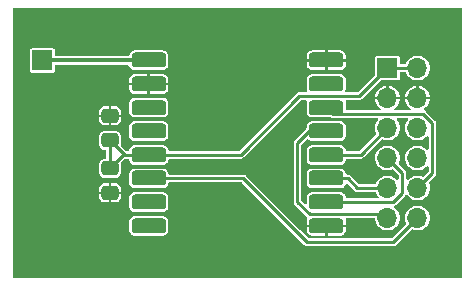
<source format=gbr>
%TF.GenerationSoftware,KiCad,Pcbnew,7.0.1*%
%TF.CreationDate,2023-04-28T09:41:15+02:00*%
%TF.ProjectId,RFM9xW_ANT,52464d39-7857-45f4-914e-542e6b696361,rev?*%
%TF.SameCoordinates,Original*%
%TF.FileFunction,Copper,L1,Top*%
%TF.FilePolarity,Positive*%
%FSLAX46Y46*%
G04 Gerber Fmt 4.6, Leading zero omitted, Abs format (unit mm)*
G04 Created by KiCad (PCBNEW 7.0.1) date 2023-04-28 09:41:15*
%MOMM*%
%LPD*%
G01*
G04 APERTURE LIST*
G04 Aperture macros list*
%AMRoundRect*
0 Rectangle with rounded corners*
0 $1 Rounding radius*
0 $2 $3 $4 $5 $6 $7 $8 $9 X,Y pos of 4 corners*
0 Add a 4 corners polygon primitive as box body*
4,1,4,$2,$3,$4,$5,$6,$7,$8,$9,$2,$3,0*
0 Add four circle primitives for the rounded corners*
1,1,$1+$1,$2,$3*
1,1,$1+$1,$4,$5*
1,1,$1+$1,$6,$7*
1,1,$1+$1,$8,$9*
0 Add four rect primitives between the rounded corners*
20,1,$1+$1,$2,$3,$4,$5,0*
20,1,$1+$1,$4,$5,$6,$7,0*
20,1,$1+$1,$6,$7,$8,$9,0*
20,1,$1+$1,$8,$9,$2,$3,0*%
G04 Aperture macros list end*
%TA.AperFunction,ComponentPad*%
%ADD10R,1.700000X1.700000*%
%TD*%
%TA.AperFunction,ComponentPad*%
%ADD11O,1.700000X1.700000*%
%TD*%
%TA.AperFunction,SMDPad,CuDef*%
%ADD12RoundRect,0.317500X1.157500X0.317500X-1.157500X0.317500X-1.157500X-0.317500X1.157500X-0.317500X0*%
%TD*%
%TA.AperFunction,SMDPad,CuDef*%
%ADD13RoundRect,0.250000X0.475000X-0.337500X0.475000X0.337500X-0.475000X0.337500X-0.475000X-0.337500X0*%
%TD*%
%TA.AperFunction,SMDPad,CuDef*%
%ADD14RoundRect,0.250000X-0.475000X0.337500X-0.475000X-0.337500X0.475000X-0.337500X0.475000X0.337500X0*%
%TD*%
%TA.AperFunction,Conductor*%
%ADD15C,0.350000*%
%TD*%
%TA.AperFunction,Conductor*%
%ADD16C,0.250000*%
%TD*%
G04 APERTURE END LIST*
D10*
%TO.P,J1,1,Pin_1*%
%TO.N,VCC*%
X149860000Y-43180000D03*
D11*
%TO.P,J1,2,Pin_2*%
X152400000Y-43180000D03*
%TO.P,J1,3,Pin_3*%
%TO.N,GND*%
X149860000Y-45720000D03*
%TO.P,J1,4,Pin_4*%
X152400000Y-45720000D03*
%TO.P,J1,5,Pin_5*%
%TO.N,SCK*%
X149860000Y-48260000D03*
%TO.P,J1,6,Pin_6*%
%TO.N,unconnected-(J1-Pin_6-Pad6)*%
X152400000Y-48260000D03*
%TO.P,J1,7,Pin_7*%
%TO.N,MISO*%
X149860000Y-50800000D03*
%TO.P,J1,8,Pin_8*%
%TO.N,unconnected-(J1-Pin_8-Pad8)*%
X152400000Y-50800000D03*
%TO.P,J1,9,Pin_9*%
%TO.N,MOSI*%
X149860000Y-53340000D03*
%TO.P,J1,10,Pin_10*%
%TO.N,nRESET*%
X152400000Y-53340000D03*
%TO.P,J1,11,Pin_11*%
%TO.N,nCS*%
X149860000Y-55880000D03*
%TO.P,J1,12,Pin_12*%
%TO.N,DIO0*%
X152400000Y-55880000D03*
%TD*%
D12*
%TO.P,U1,1,GND*%
%TO.N,GND*%
X144685000Y-56530000D03*
%TO.P,U1,2,MISO*%
%TO.N,MISO*%
X144685000Y-54530000D03*
%TO.P,U1,3,MOSI*%
%TO.N,MOSI*%
X144685000Y-52530000D03*
%TO.P,U1,4,SCK*%
%TO.N,SCK*%
X144685000Y-50530000D03*
%TO.P,U1,5,NSS*%
%TO.N,nCS*%
X144685000Y-48530000D03*
%TO.P,U1,6,RESET*%
%TO.N,nRESET*%
X144685000Y-46530000D03*
%TO.P,U1,7,DIO5*%
%TO.N,unconnected-(U1-DIO5-Pad7)*%
X144685000Y-44530000D03*
%TO.P,U1,8,GND*%
%TO.N,GND*%
X144685000Y-42530000D03*
%TO.P,U1,9,ANT*%
%TO.N,Net-(J2-Pin_1)*%
X129635000Y-42530000D03*
%TO.P,U1,10,GND*%
%TO.N,GND*%
X129635000Y-44530000D03*
%TO.P,U1,11,DIO3*%
%TO.N,unconnected-(U1-DIO3-Pad11)*%
X129635000Y-46530000D03*
%TO.P,U1,12,DIO4*%
%TO.N,unconnected-(U1-DIO4-Pad12)*%
X129635000Y-48530000D03*
%TO.P,U1,13,3.3V*%
%TO.N,VCC*%
X129635000Y-50530000D03*
%TO.P,U1,14,DIO0*%
%TO.N,DIO0*%
X129635000Y-52530000D03*
%TO.P,U1,15,DIO1*%
%TO.N,unconnected-(U1-DIO1-Pad15)*%
X129635000Y-54530000D03*
%TO.P,U1,16,DIO2*%
%TO.N,unconnected-(U1-DIO2-Pad16)*%
X129635000Y-56530000D03*
%TD*%
D13*
%TO.P,C1,1*%
%TO.N,VCC*%
X126365000Y-49297500D03*
%TO.P,C1,2*%
%TO.N,GND*%
X126365000Y-47222500D03*
%TD*%
D10*
%TO.P,Je,1,Pin_1*%
%TO.N,Net-(J2-Pin_1)*%
X120650000Y-42530000D03*
%TD*%
D14*
%TO.P,C2,1*%
%TO.N,VCC*%
X126365000Y-51667500D03*
%TO.P,C2,2*%
%TO.N,GND*%
X126365000Y-53742500D03*
%TD*%
D15*
%TO.N,Net-(J2-Pin_1)*%
X129635000Y-42530000D02*
X120650000Y-42530000D01*
D16*
%TO.N,nCS*%
X143240000Y-48530000D02*
X142240000Y-49530000D01*
X144685000Y-48530000D02*
X143240000Y-48530000D01*
X143261368Y-55570000D02*
X149550000Y-55570000D01*
X142240000Y-49530000D02*
X142240000Y-54548632D01*
X142240000Y-54548632D02*
X143261368Y-55570000D01*
X149550000Y-55570000D02*
X149860000Y-55880000D01*
%TO.N,VCC*%
X149860000Y-43180000D02*
X152400000Y-43180000D01*
X129635000Y-50530000D02*
X137430000Y-50530000D01*
X137430000Y-50530000D02*
X142390000Y-45570000D01*
X142390000Y-45570000D02*
X147470000Y-45570000D01*
X147470000Y-45570000D02*
X149860000Y-43180000D01*
%TO.N,DIO0*%
X129635000Y-52530000D02*
X137664972Y-52530000D01*
X137664972Y-52530000D02*
X143074972Y-57940000D01*
X143074972Y-57940000D02*
X150340000Y-57940000D01*
X150340000Y-57940000D02*
X152400000Y-55880000D01*
%TO.N,VCC*%
X129635000Y-50530000D02*
X127597500Y-50530000D01*
X127597500Y-50530000D02*
X126365000Y-49297500D01*
X126365000Y-51667500D02*
X126365000Y-49297500D01*
X129635000Y-50530000D02*
X127502500Y-50530000D01*
X127502500Y-50530000D02*
X126365000Y-51667500D01*
%TO.N,nRESET*%
X144685000Y-46530000D02*
X145240000Y-47085000D01*
X145240000Y-47085000D02*
X152886701Y-47085000D01*
X152886701Y-47085000D02*
X153670000Y-47868299D01*
X153670000Y-47868299D02*
X153670000Y-52070000D01*
X153670000Y-52070000D02*
X152400000Y-53340000D01*
%TO.N,SCK*%
X144685000Y-50530000D02*
X147590000Y-50530000D01*
X147590000Y-50530000D02*
X149860000Y-48260000D01*
%TO.N,MOSI*%
X146510000Y-52530000D02*
X147320000Y-53340000D01*
X144685000Y-52530000D02*
X146510000Y-52530000D01*
X147320000Y-53340000D02*
X149860000Y-53340000D01*
%TO.N,MISO*%
X144685000Y-54530000D02*
X150331701Y-54530000D01*
X150331701Y-54530000D02*
X151130000Y-53731701D01*
X151130000Y-53731701D02*
X151130000Y-52070000D01*
X151130000Y-52070000D02*
X149860000Y-50800000D01*
%TD*%
%TA.AperFunction,Conductor*%
%TO.N,GND*%
G36*
X156135000Y-38138763D02*
G01*
X156171237Y-38175000D01*
X156184500Y-38224500D01*
X156184500Y-60835500D01*
X156171237Y-60885000D01*
X156135000Y-60921237D01*
X156085500Y-60934500D01*
X118234500Y-60934500D01*
X118185000Y-60921237D01*
X118148763Y-60885000D01*
X118135500Y-60835500D01*
X118135500Y-56888050D01*
X127959500Y-56888050D01*
X127969497Y-56971296D01*
X128021735Y-57103764D01*
X128107774Y-57217225D01*
X128193814Y-57282470D01*
X128221236Y-57303265D01*
X128353703Y-57355503D01*
X128436948Y-57365500D01*
X130833050Y-57365500D01*
X130833052Y-57365500D01*
X130916297Y-57355503D01*
X131048764Y-57303265D01*
X131162225Y-57217225D01*
X131248265Y-57103764D01*
X131300503Y-56971297D01*
X131310500Y-56888052D01*
X131310500Y-56171948D01*
X131300503Y-56088703D01*
X131248265Y-55956236D01*
X131213947Y-55910981D01*
X131162225Y-55842774D01*
X131048764Y-55756735D01*
X130916297Y-55704497D01*
X130833052Y-55694500D01*
X128436948Y-55694500D01*
X128353702Y-55704497D01*
X128353703Y-55704497D01*
X128221235Y-55756735D01*
X128107774Y-55842774D01*
X128021735Y-55956235D01*
X127969497Y-56088703D01*
X127959500Y-56171950D01*
X127959500Y-56888050D01*
X118135500Y-56888050D01*
X118135500Y-54888052D01*
X127959500Y-54888052D01*
X127963475Y-54921148D01*
X127969497Y-54971296D01*
X128021735Y-55103764D01*
X128107774Y-55217225D01*
X128193814Y-55282470D01*
X128221236Y-55303265D01*
X128353703Y-55355503D01*
X128436948Y-55365500D01*
X130833050Y-55365500D01*
X130833052Y-55365500D01*
X130916297Y-55355503D01*
X131048764Y-55303265D01*
X131162225Y-55217225D01*
X131248265Y-55103764D01*
X131300503Y-54971297D01*
X131310500Y-54888052D01*
X131310500Y-54171948D01*
X131300503Y-54088703D01*
X131248265Y-53956236D01*
X131183921Y-53871385D01*
X131162225Y-53842774D01*
X131048764Y-53756735D01*
X131016348Y-53743952D01*
X130916297Y-53704497D01*
X130833052Y-53694500D01*
X128436948Y-53694500D01*
X128353703Y-53704496D01*
X128353703Y-53704497D01*
X128221235Y-53756735D01*
X128107774Y-53842774D01*
X128021735Y-53956235D01*
X128021735Y-53956236D01*
X127969497Y-54088703D01*
X127959500Y-54171948D01*
X127959500Y-54888052D01*
X118135500Y-54888052D01*
X118135500Y-54134200D01*
X125440001Y-54134200D01*
X125442851Y-54164604D01*
X125487654Y-54292645D01*
X125568208Y-54401791D01*
X125677354Y-54482345D01*
X125805398Y-54527149D01*
X125835792Y-54530000D01*
X126264999Y-54530000D01*
X126265000Y-54529999D01*
X126265000Y-54529998D01*
X126465000Y-54529998D01*
X126465001Y-54529999D01*
X126894200Y-54529999D01*
X126924604Y-54527148D01*
X127052645Y-54482345D01*
X127161791Y-54401791D01*
X127242345Y-54292645D01*
X127287149Y-54164601D01*
X127290000Y-54134208D01*
X127290000Y-53842501D01*
X127289999Y-53842500D01*
X126465001Y-53842500D01*
X126465000Y-53842501D01*
X126465000Y-54529998D01*
X126265000Y-54529998D01*
X126265000Y-53842501D01*
X126264999Y-53842500D01*
X125440002Y-53842500D01*
X125440001Y-53842501D01*
X125440001Y-54134200D01*
X118135500Y-54134200D01*
X118135500Y-53642499D01*
X125440000Y-53642499D01*
X125440001Y-53642500D01*
X126264999Y-53642500D01*
X126265000Y-53642499D01*
X126465000Y-53642499D01*
X126465001Y-53642500D01*
X127289998Y-53642500D01*
X127289999Y-53642499D01*
X127289999Y-53350800D01*
X127287148Y-53320395D01*
X127242345Y-53192354D01*
X127161791Y-53083208D01*
X127052645Y-53002654D01*
X126924601Y-52957850D01*
X126894208Y-52955000D01*
X126465001Y-52955000D01*
X126465000Y-52955001D01*
X126465000Y-53642499D01*
X126265000Y-53642499D01*
X126265000Y-52955002D01*
X126264999Y-52955001D01*
X125835800Y-52955001D01*
X125805395Y-52957851D01*
X125677354Y-53002654D01*
X125568208Y-53083208D01*
X125487654Y-53192354D01*
X125442850Y-53320398D01*
X125440000Y-53350792D01*
X125440000Y-53642499D01*
X118135500Y-53642499D01*
X118135500Y-52888052D01*
X127959500Y-52888052D01*
X127969497Y-52971297D01*
X127986534Y-53014500D01*
X128021735Y-53103764D01*
X128107774Y-53217225D01*
X128193813Y-53282470D01*
X128221236Y-53303265D01*
X128353703Y-53355503D01*
X128436948Y-53365500D01*
X130833050Y-53365500D01*
X130833052Y-53365500D01*
X130916297Y-53355503D01*
X131048764Y-53303265D01*
X131162225Y-53217225D01*
X131248265Y-53103764D01*
X131300503Y-52971297D01*
X131303937Y-52942695D01*
X131320708Y-52898332D01*
X131356186Y-52866860D01*
X131402232Y-52855500D01*
X137489138Y-52855500D01*
X137527024Y-52863036D01*
X137559142Y-52884496D01*
X142831713Y-58157068D01*
X142837537Y-58163424D01*
X142862517Y-58193194D01*
X142862519Y-58193195D01*
X142896175Y-58212627D01*
X142903445Y-58217257D01*
X142935288Y-58239554D01*
X142936733Y-58239941D01*
X142936740Y-58239943D01*
X142960622Y-58249834D01*
X142961927Y-58250588D01*
X142961928Y-58250588D01*
X142961930Y-58250589D01*
X142987001Y-58255008D01*
X143000200Y-58257336D01*
X143008610Y-58259199D01*
X143046165Y-58269263D01*
X143046165Y-58269262D01*
X143046166Y-58269263D01*
X143068950Y-58267269D01*
X143084869Y-58265876D01*
X143093497Y-58265500D01*
X150321466Y-58265500D01*
X150330093Y-58265876D01*
X150343357Y-58267037D01*
X150368805Y-58269264D01*
X150368805Y-58269263D01*
X150368807Y-58269264D01*
X150406359Y-58259201D01*
X150414777Y-58257335D01*
X150453045Y-58250588D01*
X150454346Y-58249836D01*
X150478232Y-58239942D01*
X150479684Y-58239554D01*
X150511529Y-58217254D01*
X150518785Y-58212632D01*
X150552455Y-58193194D01*
X150577442Y-58163414D01*
X150583257Y-58157068D01*
X151871824Y-56868500D01*
X151906953Y-56845851D01*
X151948301Y-56839718D01*
X151988495Y-56851196D01*
X151996046Y-56855232D01*
X152194066Y-56915300D01*
X152400000Y-56935583D01*
X152605934Y-56915300D01*
X152803954Y-56855232D01*
X152986450Y-56757685D01*
X153146410Y-56626410D01*
X153277685Y-56466450D01*
X153375232Y-56283954D01*
X153435300Y-56085934D01*
X153455583Y-55880000D01*
X153435300Y-55674066D01*
X153375232Y-55476046D01*
X153277685Y-55293550D01*
X153146410Y-55133590D01*
X152986450Y-55002315D01*
X152803954Y-54904768D01*
X152803953Y-54904767D01*
X152803952Y-54904767D01*
X152605933Y-54844699D01*
X152400000Y-54824416D01*
X152194066Y-54844699D01*
X151996047Y-54904767D01*
X151813549Y-55002315D01*
X151653590Y-55133590D01*
X151522315Y-55293549D01*
X151424767Y-55476047D01*
X151364699Y-55674066D01*
X151344416Y-55880000D01*
X151364699Y-56085933D01*
X151424767Y-56283955D01*
X151428804Y-56291507D01*
X151440280Y-56331700D01*
X151434146Y-56373046D01*
X151411496Y-56408176D01*
X150234170Y-57585504D01*
X150202052Y-57606964D01*
X150164166Y-57614500D01*
X143250807Y-57614500D01*
X143212921Y-57606964D01*
X143180803Y-57585504D01*
X142483309Y-56888010D01*
X143010000Y-56888010D01*
X143019987Y-56971175D01*
X143072176Y-57103517D01*
X143158131Y-57216868D01*
X143271482Y-57302823D01*
X143403824Y-57355012D01*
X143486990Y-57365000D01*
X144584999Y-57365000D01*
X144585000Y-57364999D01*
X144785000Y-57364999D01*
X144785001Y-57365000D01*
X145883010Y-57365000D01*
X145966175Y-57355012D01*
X146098517Y-57302823D01*
X146211868Y-57216868D01*
X146297823Y-57103517D01*
X146350012Y-56971175D01*
X146360000Y-56888010D01*
X146360000Y-56630001D01*
X146359999Y-56630000D01*
X144785001Y-56630000D01*
X144785000Y-56630001D01*
X144785000Y-57364999D01*
X144585000Y-57364999D01*
X144585000Y-56630001D01*
X144584999Y-56630000D01*
X143010001Y-56630000D01*
X143010000Y-56630001D01*
X143010000Y-56888010D01*
X142483309Y-56888010D01*
X137908240Y-52312942D01*
X137902406Y-52306574D01*
X137877426Y-52276805D01*
X137843766Y-52257370D01*
X137836486Y-52252732D01*
X137804657Y-52230446D01*
X137803197Y-52230055D01*
X137779324Y-52220166D01*
X137778017Y-52219412D01*
X137778015Y-52219411D01*
X137778014Y-52219411D01*
X137739750Y-52212663D01*
X137731322Y-52210795D01*
X137693779Y-52200735D01*
X137658302Y-52203839D01*
X137655065Y-52204123D01*
X137646438Y-52204500D01*
X131402232Y-52204500D01*
X131356186Y-52193140D01*
X131320708Y-52161668D01*
X131303938Y-52117305D01*
X131301716Y-52098807D01*
X131300503Y-52088703D01*
X131248265Y-51956236D01*
X131227470Y-51928814D01*
X131162225Y-51842774D01*
X131048764Y-51756735D01*
X130997664Y-51736584D01*
X130916297Y-51704497D01*
X130833052Y-51694500D01*
X128436948Y-51694500D01*
X128353703Y-51704496D01*
X128353703Y-51704497D01*
X128221235Y-51756735D01*
X128107774Y-51842774D01*
X128021735Y-51956235D01*
X127981105Y-52059266D01*
X127969497Y-52088703D01*
X127959500Y-52171948D01*
X127959500Y-52888052D01*
X118135500Y-52888052D01*
X118135500Y-52059270D01*
X125439500Y-52059270D01*
X125442353Y-52089695D01*
X125442353Y-52089697D01*
X125442354Y-52089699D01*
X125487207Y-52217882D01*
X125567850Y-52327150D01*
X125677118Y-52407793D01*
X125805301Y-52452646D01*
X125818343Y-52453869D01*
X125835730Y-52455500D01*
X125835734Y-52455500D01*
X126894266Y-52455500D01*
X126894270Y-52455500D01*
X126909482Y-52454072D01*
X126924699Y-52452646D01*
X127052882Y-52407793D01*
X127162150Y-52327150D01*
X127242793Y-52217882D01*
X127287646Y-52089699D01*
X127289072Y-52074482D01*
X127290500Y-52059270D01*
X127290500Y-51275735D01*
X127289160Y-51261449D01*
X127288551Y-51254956D01*
X127293983Y-51212145D01*
X127317113Y-51175712D01*
X127608329Y-50884496D01*
X127640447Y-50863036D01*
X127678333Y-50855500D01*
X127867768Y-50855500D01*
X127913814Y-50866860D01*
X127949292Y-50898332D01*
X127966062Y-50942695D01*
X127969497Y-50971296D01*
X128021735Y-51103764D01*
X128107774Y-51217225D01*
X128193813Y-51282470D01*
X128221236Y-51303265D01*
X128353703Y-51355503D01*
X128436948Y-51365500D01*
X130833050Y-51365500D01*
X130833052Y-51365500D01*
X130916297Y-51355503D01*
X131048764Y-51303265D01*
X131162225Y-51217225D01*
X131248265Y-51103764D01*
X131300503Y-50971297D01*
X131303937Y-50942695D01*
X131320708Y-50898332D01*
X131356186Y-50866860D01*
X131402232Y-50855500D01*
X137411466Y-50855500D01*
X137420093Y-50855876D01*
X137433357Y-50857037D01*
X137458805Y-50859264D01*
X137458805Y-50859263D01*
X137458807Y-50859264D01*
X137496359Y-50849201D01*
X137504777Y-50847335D01*
X137543045Y-50840588D01*
X137544346Y-50839836D01*
X137568232Y-50829942D01*
X137569684Y-50829554D01*
X137601529Y-50807254D01*
X137608785Y-50802632D01*
X137642455Y-50783194D01*
X137667442Y-50753414D01*
X137673254Y-50747070D01*
X142495830Y-45924496D01*
X142527949Y-45903036D01*
X142565835Y-45895500D01*
X142950226Y-45895500D01*
X142996521Y-45906991D01*
X143032069Y-45938798D01*
X143048617Y-45983535D01*
X143042324Y-46030818D01*
X143019497Y-46088703D01*
X143009500Y-46171950D01*
X143009500Y-46888050D01*
X143019497Y-46971296D01*
X143071735Y-47103764D01*
X143157774Y-47217225D01*
X143243814Y-47282470D01*
X143271236Y-47303265D01*
X143403703Y-47355503D01*
X143486948Y-47365500D01*
X145041889Y-47365500D01*
X145098673Y-47383404D01*
X145099647Y-47384086D01*
X145100316Y-47384554D01*
X145101765Y-47384942D01*
X145101768Y-47384943D01*
X145125650Y-47394834D01*
X145126955Y-47395588D01*
X145159501Y-47401326D01*
X145165216Y-47402334D01*
X145173646Y-47404202D01*
X145211194Y-47414264D01*
X145249910Y-47410876D01*
X145258538Y-47410500D01*
X148988876Y-47410500D01*
X149041841Y-47425859D01*
X149078371Y-47467172D01*
X149087131Y-47521619D01*
X149065404Y-47572305D01*
X148982315Y-47673549D01*
X148884767Y-47856047D01*
X148824699Y-48054066D01*
X148804416Y-48259999D01*
X148824699Y-48465933D01*
X148884767Y-48663955D01*
X148888804Y-48671507D01*
X148900280Y-48711700D01*
X148894146Y-48753046D01*
X148871496Y-48788176D01*
X147484170Y-50175504D01*
X147452052Y-50196964D01*
X147414166Y-50204500D01*
X146452232Y-50204500D01*
X146406186Y-50193140D01*
X146370708Y-50161668D01*
X146353938Y-50117305D01*
X146353493Y-50113601D01*
X146350503Y-50088703D01*
X146298265Y-49956236D01*
X146216098Y-49847882D01*
X146212225Y-49842774D01*
X146098764Y-49756735D01*
X146080212Y-49749419D01*
X145966297Y-49704497D01*
X145883052Y-49694500D01*
X143486948Y-49694500D01*
X143403703Y-49704496D01*
X143403703Y-49704497D01*
X143271235Y-49756735D01*
X143157774Y-49842774D01*
X143071735Y-49956235D01*
X143022502Y-50081083D01*
X143019497Y-50088703D01*
X143016761Y-50111490D01*
X143009500Y-50171950D01*
X143009500Y-50888050D01*
X143019497Y-50971296D01*
X143071735Y-51103764D01*
X143157774Y-51217225D01*
X143243813Y-51282470D01*
X143271236Y-51303265D01*
X143403703Y-51355503D01*
X143486948Y-51365500D01*
X145883050Y-51365500D01*
X145883052Y-51365500D01*
X145966297Y-51355503D01*
X146098764Y-51303265D01*
X146212225Y-51217225D01*
X146298265Y-51103764D01*
X146350503Y-50971297D01*
X146353937Y-50942695D01*
X146370708Y-50898332D01*
X146406186Y-50866860D01*
X146452232Y-50855500D01*
X147571466Y-50855500D01*
X147580093Y-50855876D01*
X147593357Y-50857037D01*
X147618805Y-50859264D01*
X147618805Y-50859263D01*
X147618807Y-50859264D01*
X147656359Y-50849201D01*
X147664777Y-50847335D01*
X147703045Y-50840588D01*
X147704346Y-50839836D01*
X147728232Y-50829942D01*
X147729684Y-50829554D01*
X147761529Y-50807254D01*
X147768785Y-50802632D01*
X147802455Y-50783194D01*
X147827442Y-50753414D01*
X147833254Y-50747070D01*
X149331824Y-49248500D01*
X149366953Y-49225851D01*
X149408301Y-49219718D01*
X149448495Y-49231196D01*
X149456046Y-49235232D01*
X149654066Y-49295300D01*
X149860000Y-49315583D01*
X150065934Y-49295300D01*
X150263954Y-49235232D01*
X150446450Y-49137685D01*
X150606410Y-49006410D01*
X150737685Y-48846450D01*
X150835232Y-48663954D01*
X150895300Y-48465934D01*
X150915583Y-48260000D01*
X150898711Y-48088703D01*
X150895300Y-48054066D01*
X150865624Y-47956236D01*
X150835232Y-47856046D01*
X150737685Y-47673550D01*
X150654596Y-47572305D01*
X150632869Y-47521619D01*
X150641629Y-47467172D01*
X150678159Y-47425859D01*
X150731124Y-47410500D01*
X151528876Y-47410500D01*
X151581841Y-47425859D01*
X151618371Y-47467172D01*
X151627131Y-47521619D01*
X151605404Y-47572305D01*
X151522315Y-47673549D01*
X151424767Y-47856047D01*
X151364699Y-48054066D01*
X151344416Y-48259999D01*
X151364699Y-48465933D01*
X151424767Y-48663952D01*
X151424768Y-48663954D01*
X151522315Y-48846450D01*
X151653590Y-49006410D01*
X151813550Y-49137685D01*
X151996046Y-49235232D01*
X152194066Y-49295300D01*
X152400000Y-49315583D01*
X152605934Y-49295300D01*
X152803954Y-49235232D01*
X152986450Y-49137685D01*
X153146410Y-49006410D01*
X153168973Y-48978915D01*
X153219096Y-48946309D01*
X153278852Y-48948510D01*
X153326441Y-48984718D01*
X153344500Y-49041723D01*
X153344500Y-50018277D01*
X153326441Y-50075282D01*
X153278852Y-50111490D01*
X153219096Y-50113691D01*
X153168973Y-50081084D01*
X153146410Y-50053590D01*
X152986450Y-49922315D01*
X152803954Y-49824768D01*
X152803953Y-49824767D01*
X152803952Y-49824767D01*
X152605933Y-49764699D01*
X152399999Y-49744416D01*
X152194066Y-49764699D01*
X151996047Y-49824767D01*
X151813549Y-49922315D01*
X151653590Y-50053590D01*
X151522315Y-50213549D01*
X151424767Y-50396047D01*
X151364699Y-50594066D01*
X151344416Y-50800000D01*
X151364699Y-51005933D01*
X151416200Y-51175709D01*
X151424768Y-51203954D01*
X151522315Y-51386450D01*
X151653590Y-51546410D01*
X151813550Y-51677685D01*
X151996046Y-51775232D01*
X152185076Y-51832573D01*
X152194066Y-51835300D01*
X152399999Y-51855583D01*
X152399999Y-51855582D01*
X152400000Y-51855583D01*
X152605934Y-51835300D01*
X152803954Y-51775232D01*
X152986450Y-51677685D01*
X153146410Y-51546410D01*
X153168973Y-51518915D01*
X153219096Y-51486309D01*
X153278852Y-51488510D01*
X153326441Y-51524718D01*
X153344500Y-51581723D01*
X153344500Y-51894166D01*
X153336964Y-51932052D01*
X153315503Y-51964170D01*
X152928175Y-52351496D01*
X152893046Y-52374146D01*
X152851700Y-52380280D01*
X152811507Y-52368804D01*
X152803955Y-52364767D01*
X152605933Y-52304699D01*
X152400000Y-52284416D01*
X152194066Y-52304699D01*
X151996047Y-52364767D01*
X151813549Y-52462315D01*
X151696619Y-52558277D01*
X151653590Y-52593590D01*
X151631026Y-52621084D01*
X151580904Y-52653691D01*
X151521148Y-52651490D01*
X151473559Y-52615282D01*
X151455500Y-52558277D01*
X151455500Y-52088526D01*
X151455877Y-52079897D01*
X151459263Y-52041194D01*
X151459263Y-52041193D01*
X151449199Y-52003638D01*
X151447335Y-51995223D01*
X151440589Y-51956958D01*
X151440588Y-51956956D01*
X151440588Y-51956955D01*
X151439834Y-51955650D01*
X151429943Y-51931768D01*
X151429554Y-51930317D01*
X151429554Y-51930316D01*
X151407257Y-51898473D01*
X151402626Y-51891203D01*
X151383193Y-51857543D01*
X151353434Y-51832573D01*
X151347066Y-51826739D01*
X150848502Y-51328175D01*
X150825850Y-51293041D01*
X150819718Y-51251691D01*
X150831199Y-51211498D01*
X150835232Y-51203954D01*
X150895300Y-51005934D01*
X150915583Y-50800000D01*
X150895300Y-50594066D01*
X150835232Y-50396046D01*
X150737685Y-50213550D01*
X150606410Y-50053590D01*
X150446450Y-49922315D01*
X150263954Y-49824768D01*
X150263953Y-49824767D01*
X150263952Y-49824767D01*
X150065933Y-49764699D01*
X149859999Y-49744416D01*
X149654066Y-49764699D01*
X149456047Y-49824767D01*
X149273549Y-49922315D01*
X149113590Y-50053590D01*
X148982315Y-50213549D01*
X148884767Y-50396047D01*
X148824699Y-50594066D01*
X148804416Y-50800000D01*
X148824699Y-51005933D01*
X148876200Y-51175709D01*
X148884768Y-51203954D01*
X148982315Y-51386450D01*
X149113590Y-51546410D01*
X149273550Y-51677685D01*
X149456046Y-51775232D01*
X149645076Y-51832573D01*
X149654066Y-51835300D01*
X149859999Y-51855583D01*
X149859999Y-51855582D01*
X149860000Y-51855583D01*
X150065934Y-51835300D01*
X150152155Y-51809145D01*
X150263952Y-51775233D01*
X150263954Y-51775232D01*
X150271498Y-51771199D01*
X150311691Y-51759718D01*
X150353041Y-51765850D01*
X150388175Y-51788502D01*
X150775504Y-52175831D01*
X150796964Y-52207949D01*
X150804500Y-52245835D01*
X150804500Y-52558277D01*
X150786441Y-52615282D01*
X150738852Y-52651490D01*
X150679096Y-52653691D01*
X150628973Y-52621084D01*
X150606410Y-52593590D01*
X150446450Y-52462315D01*
X150263954Y-52364768D01*
X150263953Y-52364767D01*
X150263952Y-52364767D01*
X150065933Y-52304699D01*
X149860000Y-52284416D01*
X149654066Y-52304699D01*
X149456047Y-52364767D01*
X149273549Y-52462315D01*
X149113590Y-52593590D01*
X148982315Y-52753549D01*
X148884767Y-52936045D01*
X148882284Y-52944235D01*
X148861979Y-52980774D01*
X148828405Y-53005675D01*
X148787546Y-53014500D01*
X147495834Y-53014500D01*
X147457948Y-53006964D01*
X147425830Y-52985504D01*
X146753268Y-52312942D01*
X146747434Y-52306574D01*
X146722454Y-52276805D01*
X146688794Y-52257370D01*
X146681514Y-52252732D01*
X146649685Y-52230446D01*
X146648225Y-52230055D01*
X146624352Y-52220166D01*
X146623045Y-52219412D01*
X146623043Y-52219411D01*
X146623042Y-52219411D01*
X146584778Y-52212663D01*
X146576350Y-52210795D01*
X146538807Y-52200735D01*
X146503330Y-52203839D01*
X146500093Y-52204123D01*
X146491466Y-52204500D01*
X146452232Y-52204500D01*
X146406186Y-52193140D01*
X146370708Y-52161668D01*
X146353938Y-52117305D01*
X146351716Y-52098807D01*
X146350503Y-52088703D01*
X146298265Y-51956236D01*
X146277470Y-51928814D01*
X146212225Y-51842774D01*
X146098764Y-51756735D01*
X146047664Y-51736584D01*
X145966297Y-51704497D01*
X145883052Y-51694500D01*
X143486948Y-51694500D01*
X143403703Y-51704496D01*
X143403703Y-51704497D01*
X143271235Y-51756735D01*
X143157774Y-51842774D01*
X143071735Y-51956235D01*
X143031105Y-52059266D01*
X143019497Y-52088703D01*
X143009500Y-52171948D01*
X143009500Y-52888052D01*
X143019497Y-52971297D01*
X143036534Y-53014500D01*
X143071735Y-53103764D01*
X143157774Y-53217225D01*
X143243813Y-53282470D01*
X143271236Y-53303265D01*
X143403703Y-53355503D01*
X143486948Y-53365500D01*
X145883050Y-53365500D01*
X145883052Y-53365500D01*
X145966297Y-53355503D01*
X146098764Y-53303265D01*
X146212225Y-53217225D01*
X146298265Y-53103764D01*
X146334858Y-53010968D01*
X146363175Y-52971572D01*
X146406813Y-52950360D01*
X146455288Y-52952430D01*
X146496959Y-52977285D01*
X147076730Y-53557056D01*
X147082564Y-53563423D01*
X147107545Y-53593194D01*
X147141215Y-53612633D01*
X147148477Y-53617260D01*
X147180316Y-53639554D01*
X147181765Y-53639942D01*
X147181768Y-53639943D01*
X147205650Y-53649834D01*
X147206955Y-53650588D01*
X147240732Y-53656543D01*
X147245220Y-53657335D01*
X147253647Y-53659203D01*
X147291193Y-53669264D01*
X147329906Y-53665876D01*
X147338534Y-53665500D01*
X148787546Y-53665500D01*
X148828405Y-53674325D01*
X148861979Y-53699226D01*
X148882284Y-53735765D01*
X148884767Y-53743954D01*
X148982315Y-53926450D01*
X149077714Y-54042695D01*
X149099441Y-54093381D01*
X149090681Y-54147828D01*
X149054151Y-54189141D01*
X149001186Y-54204500D01*
X146452232Y-54204500D01*
X146406186Y-54193140D01*
X146370708Y-54161668D01*
X146353938Y-54117305D01*
X146353493Y-54113601D01*
X146350503Y-54088703D01*
X146298265Y-53956236D01*
X146233921Y-53871385D01*
X146212225Y-53842774D01*
X146098764Y-53756735D01*
X146066348Y-53743952D01*
X145966297Y-53704497D01*
X145883052Y-53694500D01*
X143486948Y-53694500D01*
X143403703Y-53704496D01*
X143403703Y-53704497D01*
X143271235Y-53756735D01*
X143157774Y-53842774D01*
X143071735Y-53956235D01*
X143071735Y-53956236D01*
X143019497Y-54088703D01*
X143010383Y-54164601D01*
X143009500Y-54171950D01*
X143009500Y-54618798D01*
X142992816Y-54673799D01*
X142948386Y-54710262D01*
X142891186Y-54715896D01*
X142840497Y-54688802D01*
X142594497Y-54442803D01*
X142573036Y-54410685D01*
X142565500Y-54372799D01*
X142565500Y-49705834D01*
X142573036Y-49667948D01*
X142594496Y-49635831D01*
X143015096Y-49215229D01*
X143063858Y-49188538D01*
X143119318Y-49192333D01*
X143145095Y-49211425D01*
X143146932Y-49209003D01*
X143199020Y-49248502D01*
X143271236Y-49303265D01*
X143403703Y-49355503D01*
X143486948Y-49365500D01*
X145883050Y-49365500D01*
X145883052Y-49365500D01*
X145966297Y-49355503D01*
X146098764Y-49303265D01*
X146212225Y-49217225D01*
X146298265Y-49103764D01*
X146350503Y-48971297D01*
X146360500Y-48888052D01*
X146360500Y-48171948D01*
X146350503Y-48088703D01*
X146298265Y-47956236D01*
X146277470Y-47928814D01*
X146212225Y-47842774D01*
X146098764Y-47756735D01*
X146091714Y-47753955D01*
X145966297Y-47704497D01*
X145883052Y-47694500D01*
X143486948Y-47694500D01*
X143403703Y-47704496D01*
X143403703Y-47704497D01*
X143271235Y-47756735D01*
X143157774Y-47842774D01*
X143071735Y-47956235D01*
X143019497Y-48088703D01*
X143009500Y-48171950D01*
X143009500Y-48259165D01*
X143001964Y-48297051D01*
X142980504Y-48329169D01*
X142022940Y-49286732D01*
X142016574Y-49292565D01*
X141986804Y-49317545D01*
X141967371Y-49351204D01*
X141962734Y-49358484D01*
X141940444Y-49390318D01*
X141940053Y-49391780D01*
X141930168Y-49415645D01*
X141929410Y-49416956D01*
X141922662Y-49455223D01*
X141920794Y-49463649D01*
X141910735Y-49501191D01*
X141914123Y-49539904D01*
X141914500Y-49548534D01*
X141914500Y-54530098D01*
X141914123Y-54538728D01*
X141910735Y-54577439D01*
X141920795Y-54614982D01*
X141922663Y-54623410D01*
X141929411Y-54661674D01*
X141929412Y-54661677D01*
X141930166Y-54662984D01*
X141940055Y-54686857D01*
X141940446Y-54688317D01*
X141962732Y-54720146D01*
X141967370Y-54727426D01*
X141986803Y-54761084D01*
X141986805Y-54761086D01*
X141986806Y-54761087D01*
X142016583Y-54786073D01*
X142022938Y-54791896D01*
X143018109Y-55787068D01*
X143023933Y-55793424D01*
X143048913Y-55823194D01*
X143048914Y-55823194D01*
X143060135Y-55836567D01*
X143058371Y-55838046D01*
X143076410Y-55856853D01*
X143087341Y-55910981D01*
X143075069Y-55942998D01*
X143077167Y-55943826D01*
X143019987Y-56088824D01*
X143010000Y-56171990D01*
X143010000Y-56429999D01*
X143010001Y-56430000D01*
X146359999Y-56430000D01*
X146360000Y-56429999D01*
X146360000Y-56171990D01*
X146350012Y-56088822D01*
X146327139Y-56030818D01*
X146320846Y-55983535D01*
X146337394Y-55938798D01*
X146372942Y-55906991D01*
X146419237Y-55895500D01*
X148716216Y-55895500D01*
X148762885Y-55907190D01*
X148798532Y-55939499D01*
X148814739Y-55984797D01*
X148824699Y-56085933D01*
X148850792Y-56171950D01*
X148884768Y-56283954D01*
X148982315Y-56466450D01*
X149113590Y-56626410D01*
X149273550Y-56757685D01*
X149456046Y-56855232D01*
X149654066Y-56915300D01*
X149860000Y-56935583D01*
X150065934Y-56915300D01*
X150263954Y-56855232D01*
X150446450Y-56757685D01*
X150606410Y-56626410D01*
X150737685Y-56466450D01*
X150835232Y-56283954D01*
X150895300Y-56085934D01*
X150915583Y-55880000D01*
X150895300Y-55674066D01*
X150835232Y-55476046D01*
X150737685Y-55293550D01*
X150606410Y-55133590D01*
X150446450Y-55002315D01*
X150446451Y-55002315D01*
X150442879Y-54999384D01*
X150412201Y-54955442D01*
X150408916Y-54901951D01*
X150433989Y-54854586D01*
X150457728Y-54840491D01*
X150457082Y-54839569D01*
X150471383Y-54829554D01*
X150471385Y-54829554D01*
X150503230Y-54807254D01*
X150510486Y-54802632D01*
X150544156Y-54783194D01*
X150569143Y-54753414D01*
X150574955Y-54747070D01*
X151347072Y-53974954D01*
X151353430Y-53969130D01*
X151396567Y-53932935D01*
X151397845Y-53934458D01*
X151407890Y-53923992D01*
X151452766Y-53908959D01*
X151499493Y-53916475D01*
X151537392Y-53944822D01*
X151557341Y-53969130D01*
X151653590Y-54086410D01*
X151813550Y-54217685D01*
X151996046Y-54315232D01*
X152194066Y-54375300D01*
X152400000Y-54395583D01*
X152605934Y-54375300D01*
X152803954Y-54315232D01*
X152986450Y-54217685D01*
X153146410Y-54086410D01*
X153277685Y-53926450D01*
X153375232Y-53743954D01*
X153435300Y-53545934D01*
X153455583Y-53340000D01*
X153435300Y-53134066D01*
X153419873Y-53083208D01*
X153375233Y-52936049D01*
X153375232Y-52936048D01*
X153375232Y-52936046D01*
X153371196Y-52928496D01*
X153359718Y-52888304D01*
X153365851Y-52846955D01*
X153388500Y-52811825D01*
X153887072Y-52313253D01*
X153893430Y-52307429D01*
X153896682Y-52304700D01*
X153923194Y-52282455D01*
X153942624Y-52248799D01*
X153947252Y-52241532D01*
X153969554Y-52209684D01*
X153969943Y-52208229D01*
X153979837Y-52184345D01*
X153980588Y-52183045D01*
X153987340Y-52144748D01*
X153989197Y-52136371D01*
X153999263Y-52098807D01*
X153995876Y-52060102D01*
X153995500Y-52051475D01*
X153995500Y-47886833D01*
X153995877Y-47878203D01*
X153999264Y-47839492D01*
X153989205Y-47801954D01*
X153987335Y-47793519D01*
X153980849Y-47756735D01*
X153980588Y-47755254D01*
X153979834Y-47753949D01*
X153969943Y-47730067D01*
X153969942Y-47730064D01*
X153969554Y-47728615D01*
X153947260Y-47696776D01*
X153942633Y-47689514D01*
X153923194Y-47655844D01*
X153909795Y-47644601D01*
X153893428Y-47630867D01*
X153887060Y-47625033D01*
X153129969Y-46867942D01*
X153124135Y-46861574D01*
X153099155Y-46831805D01*
X153065495Y-46812370D01*
X153058215Y-46807732D01*
X153026386Y-46785446D01*
X153024926Y-46785055D01*
X153001051Y-46775165D01*
X152999746Y-46774412D01*
X152999743Y-46774411D01*
X152988169Y-46767728D01*
X152951531Y-46730783D01*
X152938687Y-46680361D01*
X152953187Y-46630391D01*
X152979982Y-46605096D01*
X152978635Y-46603454D01*
X153146054Y-46466054D01*
X153277269Y-46306170D01*
X153374768Y-46123763D01*
X153434808Y-45925835D01*
X153445232Y-45820000D01*
X151354767Y-45820000D01*
X151365191Y-45925835D01*
X151425231Y-46123763D01*
X151522730Y-46306170D01*
X151653945Y-46466054D01*
X151797626Y-46583972D01*
X151830235Y-46634096D01*
X151828034Y-46693852D01*
X151791826Y-46741441D01*
X151734821Y-46759500D01*
X150525179Y-46759500D01*
X150468174Y-46741441D01*
X150431966Y-46693852D01*
X150429765Y-46634096D01*
X150462374Y-46583972D01*
X150606054Y-46466054D01*
X150737269Y-46306170D01*
X150834768Y-46123763D01*
X150894808Y-45925835D01*
X150905232Y-45820000D01*
X148814767Y-45820000D01*
X148825191Y-45925835D01*
X148885231Y-46123763D01*
X148982730Y-46306170D01*
X149113945Y-46466054D01*
X149257626Y-46583972D01*
X149290235Y-46634096D01*
X149288034Y-46693852D01*
X149251826Y-46741441D01*
X149194821Y-46759500D01*
X146459500Y-46759500D01*
X146410000Y-46746237D01*
X146373763Y-46710000D01*
X146360500Y-46660500D01*
X146360500Y-46171950D01*
X146354713Y-46123763D01*
X146350503Y-46088703D01*
X146327675Y-46030817D01*
X146321383Y-45983535D01*
X146337931Y-45938798D01*
X146373479Y-45906991D01*
X146419774Y-45895500D01*
X147451466Y-45895500D01*
X147460093Y-45895876D01*
X147473357Y-45897037D01*
X147498805Y-45899264D01*
X147498805Y-45899263D01*
X147498807Y-45899264D01*
X147536359Y-45889201D01*
X147544777Y-45887335D01*
X147583045Y-45880588D01*
X147584346Y-45879836D01*
X147608232Y-45869942D01*
X147609684Y-45869554D01*
X147641529Y-45847254D01*
X147648785Y-45842632D01*
X147682455Y-45823194D01*
X147707442Y-45793414D01*
X147713254Y-45787070D01*
X147880325Y-45619999D01*
X148814767Y-45619999D01*
X148814768Y-45620000D01*
X149759999Y-45620000D01*
X149760000Y-45619999D01*
X149760000Y-44674768D01*
X149759999Y-44674767D01*
X149960000Y-44674767D01*
X149960000Y-45619999D01*
X149960001Y-45620000D01*
X150905232Y-45620000D01*
X150905232Y-45619999D01*
X151354767Y-45619999D01*
X151354768Y-45620000D01*
X152299999Y-45620000D01*
X152300000Y-45619999D01*
X152300000Y-44674768D01*
X152299999Y-44674767D01*
X152500000Y-44674767D01*
X152500000Y-45619999D01*
X152500001Y-45620000D01*
X153445232Y-45620000D01*
X153445232Y-45619999D01*
X153434808Y-45514164D01*
X153374768Y-45316236D01*
X153277269Y-45133829D01*
X153146054Y-44973945D01*
X152986170Y-44842730D01*
X152803763Y-44745231D01*
X152605835Y-44685191D01*
X152500000Y-44674767D01*
X152299999Y-44674767D01*
X152194164Y-44685191D01*
X151996236Y-44745231D01*
X151813829Y-44842730D01*
X151653945Y-44973945D01*
X151522730Y-45133829D01*
X151425231Y-45316236D01*
X151365191Y-45514164D01*
X151354767Y-45619999D01*
X150905232Y-45619999D01*
X150894808Y-45514164D01*
X150834768Y-45316236D01*
X150737269Y-45133829D01*
X150606054Y-44973945D01*
X150446170Y-44842730D01*
X150263763Y-44745231D01*
X150065835Y-44685191D01*
X149960000Y-44674767D01*
X149759999Y-44674767D01*
X149654164Y-44685191D01*
X149456236Y-44745231D01*
X149273829Y-44842730D01*
X149113945Y-44973945D01*
X148982730Y-45133829D01*
X148885231Y-45316236D01*
X148825191Y-45514164D01*
X148814767Y-45619999D01*
X147880325Y-45619999D01*
X149240830Y-44259496D01*
X149272949Y-44238036D01*
X149310835Y-44230500D01*
X150729747Y-44230500D01*
X150729748Y-44230500D01*
X150788231Y-44218867D01*
X150854552Y-44174552D01*
X150898867Y-44108231D01*
X150910500Y-44049748D01*
X150910500Y-43604500D01*
X150923763Y-43555000D01*
X150960000Y-43518763D01*
X151009500Y-43505500D01*
X151327546Y-43505500D01*
X151368405Y-43514325D01*
X151401979Y-43539226D01*
X151422284Y-43575765D01*
X151424767Y-43583954D01*
X151517122Y-43756735D01*
X151522315Y-43766450D01*
X151653590Y-43926410D01*
X151813550Y-44057685D01*
X151996046Y-44155232D01*
X152194066Y-44215300D01*
X152400000Y-44235583D01*
X152605934Y-44215300D01*
X152803954Y-44155232D01*
X152986450Y-44057685D01*
X153146410Y-43926410D01*
X153277685Y-43766450D01*
X153375232Y-43583954D01*
X153435300Y-43385934D01*
X153455583Y-43180000D01*
X153435300Y-42974066D01*
X153375232Y-42776046D01*
X153277685Y-42593550D01*
X153146410Y-42433590D01*
X152986450Y-42302315D01*
X152803954Y-42204768D01*
X152803953Y-42204767D01*
X152803952Y-42204767D01*
X152605933Y-42144699D01*
X152400000Y-42124416D01*
X152194066Y-42144699D01*
X151996047Y-42204767D01*
X151813549Y-42302315D01*
X151653590Y-42433590D01*
X151522315Y-42593549D01*
X151424767Y-42776045D01*
X151422284Y-42784235D01*
X151401979Y-42820774D01*
X151368405Y-42845675D01*
X151327546Y-42854500D01*
X151009500Y-42854500D01*
X150960000Y-42841237D01*
X150923763Y-42805000D01*
X150910500Y-42755500D01*
X150910500Y-42310253D01*
X150908921Y-42302315D01*
X150898867Y-42251769D01*
X150884162Y-42229762D01*
X150854552Y-42185447D01*
X150788231Y-42141133D01*
X150769177Y-42137343D01*
X150729748Y-42129500D01*
X148990252Y-42129500D01*
X148961010Y-42135316D01*
X148931768Y-42141133D01*
X148865447Y-42185447D01*
X148821133Y-42251768D01*
X148809500Y-42310253D01*
X148809500Y-43729165D01*
X148801964Y-43767051D01*
X148780504Y-43799169D01*
X147364170Y-45215504D01*
X147332052Y-45236964D01*
X147294166Y-45244500D01*
X146388226Y-45244500D01*
X146341931Y-45233009D01*
X146306383Y-45201202D01*
X146289835Y-45156464D01*
X146296128Y-45109181D01*
X146298263Y-45103766D01*
X146298265Y-45103764D01*
X146350503Y-44971297D01*
X146360500Y-44888052D01*
X146360500Y-44171948D01*
X146350503Y-44088703D01*
X146298265Y-43956236D01*
X146275647Y-43926409D01*
X146212225Y-43842774D01*
X146098764Y-43756735D01*
X146098763Y-43756734D01*
X145966297Y-43704497D01*
X145883052Y-43694500D01*
X143486948Y-43694500D01*
X143403702Y-43704497D01*
X143403703Y-43704497D01*
X143271235Y-43756735D01*
X143157774Y-43842774D01*
X143071735Y-43956235D01*
X143071735Y-43956236D01*
X143019497Y-44088703D01*
X143011508Y-44155232D01*
X143009500Y-44171950D01*
X143009500Y-44888050D01*
X143019496Y-44971295D01*
X143019497Y-44971297D01*
X143071735Y-45103764D01*
X143071736Y-45103766D01*
X143073872Y-45109181D01*
X143080165Y-45156464D01*
X143063617Y-45201202D01*
X143028069Y-45233009D01*
X142981774Y-45244500D01*
X142408526Y-45244500D01*
X142399898Y-45244123D01*
X142397971Y-45243954D01*
X142361193Y-45240736D01*
X142323656Y-45250794D01*
X142315227Y-45252663D01*
X142276954Y-45259412D01*
X142275645Y-45260168D01*
X142251780Y-45270053D01*
X142250318Y-45270444D01*
X142218484Y-45292734D01*
X142211205Y-45297371D01*
X142177543Y-45316806D01*
X142152573Y-45346564D01*
X142146741Y-45352930D01*
X137324170Y-50175504D01*
X137292052Y-50196964D01*
X137254166Y-50204500D01*
X131402232Y-50204500D01*
X131356186Y-50193140D01*
X131320708Y-50161668D01*
X131303938Y-50117305D01*
X131303493Y-50113601D01*
X131300503Y-50088703D01*
X131248265Y-49956236D01*
X131166098Y-49847882D01*
X131162225Y-49842774D01*
X131048764Y-49756735D01*
X131030212Y-49749419D01*
X130916297Y-49704497D01*
X130833052Y-49694500D01*
X128436948Y-49694500D01*
X128353703Y-49704496D01*
X128353703Y-49704497D01*
X128221235Y-49756735D01*
X128107774Y-49842774D01*
X128021735Y-49956235D01*
X127969497Y-50088703D01*
X127966062Y-50117305D01*
X127949292Y-50161668D01*
X127913814Y-50193140D01*
X127867768Y-50204500D01*
X127773335Y-50204500D01*
X127735449Y-50196964D01*
X127703331Y-50175504D01*
X127317115Y-49789288D01*
X127293984Y-49752853D01*
X127288552Y-49710039D01*
X127290500Y-49689270D01*
X127290500Y-48905730D01*
X127288842Y-48888052D01*
X127959500Y-48888052D01*
X127969497Y-48971297D01*
X127983344Y-49006410D01*
X128021735Y-49103764D01*
X128107774Y-49217225D01*
X128193814Y-49282470D01*
X128221236Y-49303265D01*
X128353703Y-49355503D01*
X128436948Y-49365500D01*
X130833050Y-49365500D01*
X130833052Y-49365500D01*
X130916297Y-49355503D01*
X131048764Y-49303265D01*
X131162225Y-49217225D01*
X131248265Y-49103764D01*
X131300503Y-48971297D01*
X131310500Y-48888052D01*
X131310500Y-48171948D01*
X131300503Y-48088703D01*
X131248265Y-47956236D01*
X131227470Y-47928814D01*
X131162225Y-47842774D01*
X131048764Y-47756735D01*
X131041714Y-47753955D01*
X130916297Y-47704497D01*
X130833052Y-47694500D01*
X128436948Y-47694500D01*
X128353702Y-47704497D01*
X128353703Y-47704497D01*
X128221235Y-47756735D01*
X128107774Y-47842774D01*
X128021735Y-47956235D01*
X128000533Y-48010000D01*
X127969497Y-48088703D01*
X127959500Y-48171948D01*
X127959500Y-48888052D01*
X127288842Y-48888052D01*
X127287646Y-48875304D01*
X127287646Y-48875301D01*
X127242793Y-48747118D01*
X127162150Y-48637850D01*
X127052882Y-48557207D01*
X126924699Y-48512354D01*
X126924697Y-48512353D01*
X126924695Y-48512353D01*
X126894270Y-48509500D01*
X126894266Y-48509500D01*
X125835734Y-48509500D01*
X125835730Y-48509500D01*
X125805304Y-48512353D01*
X125805301Y-48512353D01*
X125805301Y-48512354D01*
X125677118Y-48557207D01*
X125677117Y-48557207D01*
X125677116Y-48557208D01*
X125567850Y-48637850D01*
X125487208Y-48747116D01*
X125442353Y-48875304D01*
X125439500Y-48905730D01*
X125439500Y-49689270D01*
X125442353Y-49719695D01*
X125442353Y-49719697D01*
X125442354Y-49719699D01*
X125487207Y-49847882D01*
X125567850Y-49957150D01*
X125677118Y-50037793D01*
X125805301Y-50082646D01*
X125818343Y-50083869D01*
X125835730Y-50085500D01*
X125835734Y-50085500D01*
X125940500Y-50085500D01*
X125990000Y-50098763D01*
X126026237Y-50135000D01*
X126039500Y-50184500D01*
X126039500Y-50780500D01*
X126026237Y-50830000D01*
X125990000Y-50866237D01*
X125940500Y-50879500D01*
X125835730Y-50879500D01*
X125805304Y-50882353D01*
X125805301Y-50882353D01*
X125805301Y-50882354D01*
X125677118Y-50927207D01*
X125677117Y-50927207D01*
X125677116Y-50927208D01*
X125567850Y-51007850D01*
X125487208Y-51117116D01*
X125442353Y-51245304D01*
X125439500Y-51275730D01*
X125439500Y-52059270D01*
X118135500Y-52059270D01*
X118135500Y-47614200D01*
X125440001Y-47614200D01*
X125442851Y-47644604D01*
X125487654Y-47772645D01*
X125568208Y-47881791D01*
X125677354Y-47962345D01*
X125805398Y-48007149D01*
X125835792Y-48010000D01*
X126264999Y-48010000D01*
X126265000Y-48009999D01*
X126265000Y-48009998D01*
X126465000Y-48009998D01*
X126465001Y-48009999D01*
X126894200Y-48009999D01*
X126924604Y-48007148D01*
X127052645Y-47962345D01*
X127161791Y-47881791D01*
X127242345Y-47772645D01*
X127287149Y-47644601D01*
X127290000Y-47614208D01*
X127290000Y-47322501D01*
X127289999Y-47322500D01*
X126465001Y-47322500D01*
X126465000Y-47322501D01*
X126465000Y-48009998D01*
X126265000Y-48009998D01*
X126265000Y-47322501D01*
X126264999Y-47322500D01*
X125440002Y-47322500D01*
X125440001Y-47322501D01*
X125440001Y-47614200D01*
X118135500Y-47614200D01*
X118135500Y-47122499D01*
X125440000Y-47122499D01*
X125440001Y-47122500D01*
X126264999Y-47122500D01*
X126265000Y-47122499D01*
X126465000Y-47122499D01*
X126465001Y-47122500D01*
X127289998Y-47122500D01*
X127289999Y-47122499D01*
X127289999Y-46888050D01*
X127959500Y-46888050D01*
X127969497Y-46971296D01*
X128021735Y-47103764D01*
X128107774Y-47217225D01*
X128193814Y-47282470D01*
X128221236Y-47303265D01*
X128353703Y-47355503D01*
X128436948Y-47365500D01*
X130833050Y-47365500D01*
X130833052Y-47365500D01*
X130916297Y-47355503D01*
X131048764Y-47303265D01*
X131162225Y-47217225D01*
X131248265Y-47103764D01*
X131300503Y-46971297D01*
X131310500Y-46888052D01*
X131310500Y-46171948D01*
X131300503Y-46088703D01*
X131248265Y-45956236D01*
X131224196Y-45924496D01*
X131162225Y-45842774D01*
X131048764Y-45756735D01*
X130916297Y-45704497D01*
X130833052Y-45694500D01*
X128436948Y-45694500D01*
X128353702Y-45704497D01*
X128353703Y-45704497D01*
X128221235Y-45756735D01*
X128107774Y-45842774D01*
X128021735Y-45956235D01*
X127969497Y-46088703D01*
X127959500Y-46171950D01*
X127959500Y-46888050D01*
X127289999Y-46888050D01*
X127289999Y-46830800D01*
X127287148Y-46800395D01*
X127242345Y-46672354D01*
X127161791Y-46563208D01*
X127052645Y-46482654D01*
X126924601Y-46437850D01*
X126894208Y-46435000D01*
X126465001Y-46435000D01*
X126465000Y-46435001D01*
X126465000Y-47122499D01*
X126265000Y-47122499D01*
X126265000Y-46435002D01*
X126264999Y-46435001D01*
X125835800Y-46435001D01*
X125805395Y-46437851D01*
X125677354Y-46482654D01*
X125568208Y-46563208D01*
X125487654Y-46672354D01*
X125442850Y-46800398D01*
X125440000Y-46830792D01*
X125440000Y-47122499D01*
X118135500Y-47122499D01*
X118135500Y-44888010D01*
X127960000Y-44888010D01*
X127969987Y-44971175D01*
X128022176Y-45103517D01*
X128108131Y-45216868D01*
X128221482Y-45302823D01*
X128353824Y-45355012D01*
X128436990Y-45365000D01*
X129534999Y-45365000D01*
X129535000Y-45364999D01*
X129735000Y-45364999D01*
X129735001Y-45365000D01*
X130833010Y-45365000D01*
X130916175Y-45355012D01*
X131048517Y-45302823D01*
X131161868Y-45216868D01*
X131247823Y-45103517D01*
X131300012Y-44971175D01*
X131310000Y-44888010D01*
X131310000Y-44630001D01*
X131309999Y-44630000D01*
X129735001Y-44630000D01*
X129735000Y-44630001D01*
X129735000Y-45364999D01*
X129535000Y-45364999D01*
X129535000Y-44630001D01*
X129534999Y-44630000D01*
X127960001Y-44630000D01*
X127960000Y-44630001D01*
X127960000Y-44888010D01*
X118135500Y-44888010D01*
X118135500Y-44429999D01*
X127960000Y-44429999D01*
X127960001Y-44430000D01*
X129534999Y-44430000D01*
X129535000Y-44429999D01*
X129735000Y-44429999D01*
X129735001Y-44430000D01*
X131309999Y-44430000D01*
X131310000Y-44429999D01*
X131310000Y-44171990D01*
X131300012Y-44088824D01*
X131247823Y-43956482D01*
X131161868Y-43843131D01*
X131048517Y-43757176D01*
X130916175Y-43704987D01*
X130833010Y-43695000D01*
X129735001Y-43695000D01*
X129735000Y-43695001D01*
X129735000Y-44429999D01*
X129535000Y-44429999D01*
X129535000Y-43695001D01*
X129534999Y-43695000D01*
X128436990Y-43695000D01*
X128353824Y-43704987D01*
X128221482Y-43757176D01*
X128108131Y-43843131D01*
X128022176Y-43956482D01*
X127969987Y-44088824D01*
X127960000Y-44171990D01*
X127960000Y-44429999D01*
X118135500Y-44429999D01*
X118135500Y-43399747D01*
X119599500Y-43399747D01*
X119611133Y-43458231D01*
X119655447Y-43524552D01*
X119699762Y-43554162D01*
X119721769Y-43568867D01*
X119780252Y-43580500D01*
X121519747Y-43580500D01*
X121519748Y-43580500D01*
X121578231Y-43568867D01*
X121644552Y-43524552D01*
X121688867Y-43458231D01*
X121700500Y-43399748D01*
X121700500Y-43004500D01*
X121713763Y-42955000D01*
X121750000Y-42918763D01*
X121799500Y-42905500D01*
X127876171Y-42905500D01*
X127931873Y-42922657D01*
X127968269Y-42968182D01*
X128021735Y-43103764D01*
X128107774Y-43217225D01*
X128193814Y-43282470D01*
X128221236Y-43303265D01*
X128353703Y-43355503D01*
X128436948Y-43365500D01*
X130833050Y-43365500D01*
X130833052Y-43365500D01*
X130916297Y-43355503D01*
X131048764Y-43303265D01*
X131162225Y-43217225D01*
X131248265Y-43103764D01*
X131300503Y-42971297D01*
X131310500Y-42888052D01*
X131310500Y-42888010D01*
X143010000Y-42888010D01*
X143019987Y-42971175D01*
X143072176Y-43103517D01*
X143158131Y-43216868D01*
X143271482Y-43302823D01*
X143403824Y-43355012D01*
X143486990Y-43365000D01*
X144584999Y-43365000D01*
X144585000Y-43364999D01*
X144785000Y-43364999D01*
X144785001Y-43365000D01*
X145883010Y-43365000D01*
X145966175Y-43355012D01*
X146098517Y-43302823D01*
X146211868Y-43216868D01*
X146297823Y-43103517D01*
X146350012Y-42971175D01*
X146360000Y-42888010D01*
X146360000Y-42630001D01*
X146359999Y-42630000D01*
X144785001Y-42630000D01*
X144785000Y-42630001D01*
X144785000Y-43364999D01*
X144585000Y-43364999D01*
X144585000Y-42630001D01*
X144584999Y-42630000D01*
X143010001Y-42630000D01*
X143010000Y-42630001D01*
X143010000Y-42888010D01*
X131310500Y-42888010D01*
X131310500Y-42429999D01*
X143010000Y-42429999D01*
X143010001Y-42430000D01*
X144584999Y-42430000D01*
X144585000Y-42429999D01*
X144785000Y-42429999D01*
X144785001Y-42430000D01*
X146359999Y-42430000D01*
X146360000Y-42429999D01*
X146360000Y-42171990D01*
X146350012Y-42088824D01*
X146297823Y-41956482D01*
X146211868Y-41843131D01*
X146098517Y-41757176D01*
X145966175Y-41704987D01*
X145883010Y-41695000D01*
X144785001Y-41695000D01*
X144785000Y-41695001D01*
X144785000Y-42429999D01*
X144585000Y-42429999D01*
X144585000Y-41695001D01*
X144584999Y-41695000D01*
X143486990Y-41695000D01*
X143403824Y-41704987D01*
X143271482Y-41757176D01*
X143158131Y-41843131D01*
X143072176Y-41956482D01*
X143019987Y-42088824D01*
X143010000Y-42171990D01*
X143010000Y-42429999D01*
X131310500Y-42429999D01*
X131310500Y-42171948D01*
X131300503Y-42088703D01*
X131248265Y-41956236D01*
X131227470Y-41928813D01*
X131162225Y-41842774D01*
X131048764Y-41756735D01*
X130916297Y-41704497D01*
X130833052Y-41694500D01*
X128436948Y-41694500D01*
X128353702Y-41704497D01*
X128353703Y-41704497D01*
X128221235Y-41756735D01*
X128107774Y-41842774D01*
X128021735Y-41956235D01*
X127968269Y-42091818D01*
X127931873Y-42137343D01*
X127876171Y-42154500D01*
X121799500Y-42154500D01*
X121750000Y-42141237D01*
X121713763Y-42105000D01*
X121700500Y-42055500D01*
X121700500Y-41660253D01*
X121700500Y-41660252D01*
X121688867Y-41601769D01*
X121674162Y-41579761D01*
X121644552Y-41535447D01*
X121578231Y-41491133D01*
X121578230Y-41491132D01*
X121519748Y-41479500D01*
X119780252Y-41479500D01*
X119751010Y-41485316D01*
X119721768Y-41491133D01*
X119655447Y-41535447D01*
X119611133Y-41601768D01*
X119599500Y-41660253D01*
X119599500Y-43399747D01*
X118135500Y-43399747D01*
X118135500Y-38224500D01*
X118148763Y-38175000D01*
X118185000Y-38138763D01*
X118234500Y-38125500D01*
X156085500Y-38125500D01*
X156135000Y-38138763D01*
G37*
%TD.AperFunction*%
%TD*%
M02*

</source>
